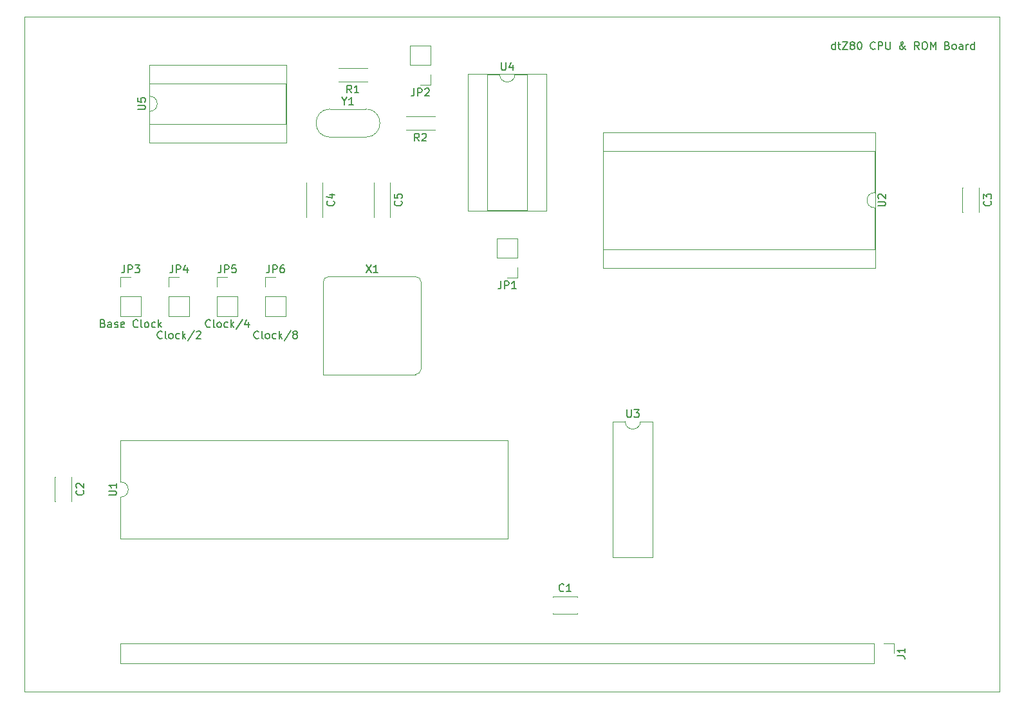
<source format=gbr>
G04 #@! TF.GenerationSoftware,KiCad,Pcbnew,5.1.9-73d0e3b20d~88~ubuntu20.04.1*
G04 #@! TF.CreationDate,2021-02-07T22:25:47+01:00*
G04 #@! TF.ProjectId,dtZ80,64745a38-302e-46b6-9963-61645f706362,1*
G04 #@! TF.SameCoordinates,PX60e4b00PY6bcb370*
G04 #@! TF.FileFunction,Legend,Top*
G04 #@! TF.FilePolarity,Positive*
%FSLAX46Y46*%
G04 Gerber Fmt 4.6, Leading zero omitted, Abs format (unit mm)*
G04 Created by KiCad (PCBNEW 5.1.9-73d0e3b20d~88~ubuntu20.04.1) date 2021-02-07 22:25:47*
%MOMM*%
%LPD*%
G01*
G04 APERTURE LIST*
%ADD10C,0.150000*%
G04 #@! TA.AperFunction,Profile*
%ADD11C,0.050000*%
G04 #@! TD*
%ADD12C,0.120000*%
G04 APERTURE END LIST*
D10*
X-33058572Y84637620D02*
X-33058572Y85637620D01*
X-33058572Y84685239D02*
X-33153810Y84637620D01*
X-33344286Y84637620D01*
X-33439524Y84685239D01*
X-33487143Y84732858D01*
X-33534762Y84828096D01*
X-33534762Y85113810D01*
X-33487143Y85209048D01*
X-33439524Y85256667D01*
X-33344286Y85304286D01*
X-33153810Y85304286D01*
X-33058572Y85256667D01*
X-32725239Y85304286D02*
X-32344286Y85304286D01*
X-32582381Y85637620D02*
X-32582381Y84780477D01*
X-32534762Y84685239D01*
X-32439524Y84637620D01*
X-32344286Y84637620D01*
X-32106191Y85637620D02*
X-31439524Y85637620D01*
X-32106191Y84637620D01*
X-31439524Y84637620D01*
X-30915715Y85209048D02*
X-31010953Y85256667D01*
X-31058572Y85304286D01*
X-31106191Y85399524D01*
X-31106191Y85447143D01*
X-31058572Y85542381D01*
X-31010953Y85590000D01*
X-30915715Y85637620D01*
X-30725239Y85637620D01*
X-30630000Y85590000D01*
X-30582381Y85542381D01*
X-30534762Y85447143D01*
X-30534762Y85399524D01*
X-30582381Y85304286D01*
X-30630000Y85256667D01*
X-30725239Y85209048D01*
X-30915715Y85209048D01*
X-31010953Y85161429D01*
X-31058572Y85113810D01*
X-31106191Y85018572D01*
X-31106191Y84828096D01*
X-31058572Y84732858D01*
X-31010953Y84685239D01*
X-30915715Y84637620D01*
X-30725239Y84637620D01*
X-30630000Y84685239D01*
X-30582381Y84732858D01*
X-30534762Y84828096D01*
X-30534762Y85018572D01*
X-30582381Y85113810D01*
X-30630000Y85161429D01*
X-30725239Y85209048D01*
X-29915715Y85637620D02*
X-29820477Y85637620D01*
X-29725239Y85590000D01*
X-29677620Y85542381D01*
X-29630000Y85447143D01*
X-29582381Y85256667D01*
X-29582381Y85018572D01*
X-29630000Y84828096D01*
X-29677620Y84732858D01*
X-29725239Y84685239D01*
X-29820477Y84637620D01*
X-29915715Y84637620D01*
X-30010953Y84685239D01*
X-30058572Y84732858D01*
X-30106191Y84828096D01*
X-30153810Y85018572D01*
X-30153810Y85256667D01*
X-30106191Y85447143D01*
X-30058572Y85542381D01*
X-30010953Y85590000D01*
X-29915715Y85637620D01*
X-27820477Y84732858D02*
X-27868096Y84685239D01*
X-28010953Y84637620D01*
X-28106191Y84637620D01*
X-28249048Y84685239D01*
X-28344286Y84780477D01*
X-28391905Y84875715D01*
X-28439524Y85066191D01*
X-28439524Y85209048D01*
X-28391905Y85399524D01*
X-28344286Y85494762D01*
X-28249048Y85590000D01*
X-28106191Y85637620D01*
X-28010953Y85637620D01*
X-27868096Y85590000D01*
X-27820477Y85542381D01*
X-27391905Y84637620D02*
X-27391905Y85637620D01*
X-27010953Y85637620D01*
X-26915715Y85590000D01*
X-26868096Y85542381D01*
X-26820477Y85447143D01*
X-26820477Y85304286D01*
X-26868096Y85209048D01*
X-26915715Y85161429D01*
X-27010953Y85113810D01*
X-27391905Y85113810D01*
X-26391905Y85637620D02*
X-26391905Y84828096D01*
X-26344286Y84732858D01*
X-26296667Y84685239D01*
X-26201429Y84637620D01*
X-26010953Y84637620D01*
X-25915715Y84685239D01*
X-25868096Y84732858D01*
X-25820477Y84828096D01*
X-25820477Y85637620D01*
X-23772858Y84637620D02*
X-23820477Y84637620D01*
X-23915715Y84685239D01*
X-24058572Y84828096D01*
X-24296667Y85113810D01*
X-24391905Y85256667D01*
X-24439524Y85399524D01*
X-24439524Y85494762D01*
X-24391905Y85590000D01*
X-24296667Y85637620D01*
X-24249048Y85637620D01*
X-24153810Y85590000D01*
X-24106191Y85494762D01*
X-24106191Y85447143D01*
X-24153810Y85351905D01*
X-24201429Y85304286D01*
X-24487143Y85113810D01*
X-24534762Y85066191D01*
X-24582381Y84970953D01*
X-24582381Y84828096D01*
X-24534762Y84732858D01*
X-24487143Y84685239D01*
X-24391905Y84637620D01*
X-24249048Y84637620D01*
X-24153810Y84685239D01*
X-24106191Y84732858D01*
X-23963334Y84923334D01*
X-23915715Y85066191D01*
X-23915715Y85161429D01*
X-22010953Y84637620D02*
X-22344286Y85113810D01*
X-22582381Y84637620D02*
X-22582381Y85637620D01*
X-22201429Y85637620D01*
X-22106191Y85590000D01*
X-22058572Y85542381D01*
X-22010953Y85447143D01*
X-22010953Y85304286D01*
X-22058572Y85209048D01*
X-22106191Y85161429D01*
X-22201429Y85113810D01*
X-22582381Y85113810D01*
X-21391905Y85637620D02*
X-21201429Y85637620D01*
X-21106191Y85590000D01*
X-21010953Y85494762D01*
X-20963334Y85304286D01*
X-20963334Y84970953D01*
X-21010953Y84780477D01*
X-21106191Y84685239D01*
X-21201429Y84637620D01*
X-21391905Y84637620D01*
X-21487143Y84685239D01*
X-21582381Y84780477D01*
X-21630000Y84970953D01*
X-21630000Y85304286D01*
X-21582381Y85494762D01*
X-21487143Y85590000D01*
X-21391905Y85637620D01*
X-20534762Y84637620D02*
X-20534762Y85637620D01*
X-20201429Y84923334D01*
X-19868096Y85637620D01*
X-19868096Y84637620D01*
X-18296667Y85161429D02*
X-18153810Y85113810D01*
X-18106191Y85066191D01*
X-18058572Y84970953D01*
X-18058572Y84828096D01*
X-18106191Y84732858D01*
X-18153810Y84685239D01*
X-18249048Y84637620D01*
X-18630000Y84637620D01*
X-18630000Y85637620D01*
X-18296667Y85637620D01*
X-18201429Y85590000D01*
X-18153810Y85542381D01*
X-18106191Y85447143D01*
X-18106191Y85351905D01*
X-18153810Y85256667D01*
X-18201429Y85209048D01*
X-18296667Y85161429D01*
X-18630000Y85161429D01*
X-17487143Y84637620D02*
X-17582381Y84685239D01*
X-17630000Y84732858D01*
X-17677620Y84828096D01*
X-17677620Y85113810D01*
X-17630000Y85209048D01*
X-17582381Y85256667D01*
X-17487143Y85304286D01*
X-17344286Y85304286D01*
X-17249048Y85256667D01*
X-17201429Y85209048D01*
X-17153810Y85113810D01*
X-17153810Y84828096D01*
X-17201429Y84732858D01*
X-17249048Y84685239D01*
X-17344286Y84637620D01*
X-17487143Y84637620D01*
X-16296667Y84637620D02*
X-16296667Y85161429D01*
X-16344286Y85256667D01*
X-16439524Y85304286D01*
X-16630000Y85304286D01*
X-16725239Y85256667D01*
X-16296667Y84685239D02*
X-16391905Y84637620D01*
X-16630000Y84637620D01*
X-16725239Y84685239D01*
X-16772858Y84780477D01*
X-16772858Y84875715D01*
X-16725239Y84970953D01*
X-16630000Y85018572D01*
X-16391905Y85018572D01*
X-16296667Y85066191D01*
X-15820477Y84637620D02*
X-15820477Y85304286D01*
X-15820477Y85113810D02*
X-15772858Y85209048D01*
X-15725239Y85256667D01*
X-15630000Y85304286D01*
X-15534762Y85304286D01*
X-14772858Y84637620D02*
X-14772858Y85637620D01*
X-14772858Y84685239D02*
X-14868096Y84637620D01*
X-15058572Y84637620D01*
X-15153810Y84685239D01*
X-15201429Y84732858D01*
X-15249048Y84828096D01*
X-15249048Y85113810D01*
X-15201429Y85209048D01*
X-15153810Y85256667D01*
X-15058572Y85304286D01*
X-14868096Y85304286D01*
X-14772858Y85256667D01*
D11*
X-11430000Y0D02*
X-139700000Y0D01*
X-11430000Y88900000D02*
X-11430000Y0D01*
X-139700000Y88900000D02*
X-139700000Y0D01*
X-11430000Y88900000D02*
X-139700000Y88900000D01*
D12*
X-99510000Y76780000D02*
X-94810000Y76780000D01*
X-99510000Y73080000D02*
X-94810000Y73080000D01*
X-94810000Y73080000D02*
G75*
G03*
X-94810000Y76780000I0J1850000D01*
G01*
X-99510000Y73080000D02*
G75*
G02*
X-99510000Y76780000I0J1850000D01*
G01*
X-27820000Y55820000D02*
X-27820000Y73720000D01*
X-63620000Y55820000D02*
X-27820000Y55820000D01*
X-63620000Y73720000D02*
X-63620000Y55820000D01*
X-27820000Y73720000D02*
X-63620000Y73720000D01*
X-27880000Y58310000D02*
X-27880000Y63770000D01*
X-63560000Y58310000D02*
X-27880000Y58310000D01*
X-63560000Y71230000D02*
X-63560000Y58310000D01*
X-27880000Y71230000D02*
X-63560000Y71230000D01*
X-27880000Y65770000D02*
X-27880000Y71230000D01*
X-27880000Y63770000D02*
G75*
G02*
X-27880000Y65770000I0J1000000D01*
G01*
X-100430000Y53960000D02*
X-100430000Y41810000D01*
X-88280000Y54710000D02*
X-99680000Y54710000D01*
X-87530000Y42560000D02*
X-87530000Y53960000D01*
X-100430000Y41810000D02*
X-88280000Y41810000D01*
X-99680000Y54710000D02*
G75*
G03*
X-100430000Y53960000I0J-750000D01*
G01*
X-87530000Y53960000D02*
G75*
G03*
X-88280000Y54710000I-750000J0D01*
G01*
X-88280000Y41810000D02*
G75*
G03*
X-87530000Y42560000I0J750000D01*
G01*
X-60690000Y35620000D02*
X-62340000Y35620000D01*
X-62340000Y35620000D02*
X-62340000Y17720000D01*
X-62340000Y17720000D02*
X-57040000Y17720000D01*
X-57040000Y17720000D02*
X-57040000Y35620000D01*
X-57040000Y35620000D02*
X-58690000Y35620000D01*
X-58690000Y35620000D02*
G75*
G02*
X-60690000Y35620000I-1000000J0D01*
G01*
X-127060000Y25670000D02*
X-127060000Y20210000D01*
X-127060000Y20210000D02*
X-76140000Y20210000D01*
X-76140000Y20210000D02*
X-76140000Y33130000D01*
X-76140000Y33130000D02*
X-127060000Y33130000D01*
X-127060000Y33130000D02*
X-127060000Y27670000D01*
X-127060000Y27670000D02*
G75*
G02*
X-127060000Y25670000I0J-1000000D01*
G01*
X-74870000Y59750000D02*
X-77530000Y59750000D01*
X-74870000Y57150000D02*
X-74870000Y59750000D01*
X-77530000Y57150000D02*
X-77530000Y59750000D01*
X-74870000Y57150000D02*
X-77530000Y57150000D01*
X-74870000Y55880000D02*
X-74870000Y54550000D01*
X-74870000Y54550000D02*
X-76200000Y54550000D01*
X-14120000Y66410000D02*
X-14120000Y63170000D01*
X-16360000Y66410000D02*
X-16360000Y63170000D01*
X-14120000Y66410000D02*
X-14185000Y66410000D01*
X-16295000Y66410000D02*
X-16360000Y66410000D01*
X-14120000Y63170000D02*
X-14185000Y63170000D01*
X-16295000Y63170000D02*
X-16360000Y63170000D01*
X-133500000Y28310000D02*
X-133500000Y25070000D01*
X-135740000Y28310000D02*
X-135740000Y25070000D01*
X-133500000Y28310000D02*
X-133565000Y28310000D01*
X-135675000Y28310000D02*
X-135740000Y28310000D01*
X-133500000Y25070000D02*
X-133565000Y25070000D01*
X-135675000Y25070000D02*
X-135740000Y25070000D01*
X-70220000Y12550000D02*
X-66980000Y12550000D01*
X-70220000Y10310000D02*
X-66980000Y10310000D01*
X-70220000Y12550000D02*
X-70220000Y12485000D01*
X-70220000Y10375000D02*
X-70220000Y10310000D01*
X-66980000Y12550000D02*
X-66980000Y12485000D01*
X-66980000Y10375000D02*
X-66980000Y10310000D01*
X-123250000Y76470000D02*
X-123250000Y74820000D01*
X-123250000Y74820000D02*
X-105350000Y74820000D01*
X-105350000Y74820000D02*
X-105350000Y80120000D01*
X-105350000Y80120000D02*
X-123250000Y80120000D01*
X-123250000Y80120000D02*
X-123250000Y78470000D01*
X-123310000Y72330000D02*
X-105290000Y72330000D01*
X-105290000Y72330000D02*
X-105290000Y82610000D01*
X-105290000Y82610000D02*
X-123310000Y82610000D01*
X-123310000Y82610000D02*
X-123310000Y72330000D01*
X-123250000Y78470000D02*
G75*
G02*
X-123250000Y76470000I0J-1000000D01*
G01*
X-77200000Y81340000D02*
X-78850000Y81340000D01*
X-78850000Y81340000D02*
X-78850000Y63440000D01*
X-78850000Y63440000D02*
X-73550000Y63440000D01*
X-73550000Y63440000D02*
X-73550000Y81340000D01*
X-73550000Y81340000D02*
X-75200000Y81340000D01*
X-81340000Y81400000D02*
X-81340000Y63380000D01*
X-81340000Y63380000D02*
X-71060000Y63380000D01*
X-71060000Y63380000D02*
X-71060000Y81400000D01*
X-71060000Y81400000D02*
X-81340000Y81400000D01*
X-75200000Y81340000D02*
G75*
G02*
X-77200000Y81340000I-1000000J0D01*
G01*
X-85710000Y74010000D02*
X-89550000Y74010000D01*
X-85710000Y75850000D02*
X-89550000Y75850000D01*
X-94600000Y80360000D02*
X-98440000Y80360000D01*
X-94600000Y82200000D02*
X-98440000Y82200000D01*
X-108010000Y49470000D02*
X-105350000Y49470000D01*
X-108010000Y52070000D02*
X-108010000Y49470000D01*
X-105350000Y52070000D02*
X-105350000Y49470000D01*
X-108010000Y52070000D02*
X-105350000Y52070000D01*
X-108010000Y53340000D02*
X-108010000Y54670000D01*
X-108010000Y54670000D02*
X-106680000Y54670000D01*
X-114360000Y49470000D02*
X-111700000Y49470000D01*
X-114360000Y52070000D02*
X-114360000Y49470000D01*
X-111700000Y52070000D02*
X-111700000Y49470000D01*
X-114360000Y52070000D02*
X-111700000Y52070000D01*
X-114360000Y53340000D02*
X-114360000Y54670000D01*
X-114360000Y54670000D02*
X-113030000Y54670000D01*
X-120710000Y49470000D02*
X-118050000Y49470000D01*
X-120710000Y52070000D02*
X-120710000Y49470000D01*
X-118050000Y52070000D02*
X-118050000Y49470000D01*
X-120710000Y52070000D02*
X-118050000Y52070000D01*
X-120710000Y53340000D02*
X-120710000Y54670000D01*
X-120710000Y54670000D02*
X-119380000Y54670000D01*
X-127060000Y49470000D02*
X-124400000Y49470000D01*
X-127060000Y52070000D02*
X-127060000Y49470000D01*
X-124400000Y52070000D02*
X-124400000Y49470000D01*
X-127060000Y52070000D02*
X-124400000Y52070000D01*
X-127060000Y53340000D02*
X-127060000Y54670000D01*
X-127060000Y54670000D02*
X-125730000Y54670000D01*
X-86300000Y85150000D02*
X-88960000Y85150000D01*
X-86300000Y82550000D02*
X-86300000Y85150000D01*
X-88960000Y82550000D02*
X-88960000Y85150000D01*
X-86300000Y82550000D02*
X-88960000Y82550000D01*
X-86300000Y81280000D02*
X-86300000Y79950000D01*
X-86300000Y79950000D02*
X-87630000Y79950000D01*
X-127060000Y6410000D02*
X-127060000Y3750000D01*
X-27940000Y6410000D02*
X-127060000Y6410000D01*
X-27940000Y3750000D02*
X-127060000Y3750000D01*
X-27940000Y6410000D02*
X-27940000Y3750000D01*
X-26670000Y6410000D02*
X-25340000Y6410000D01*
X-25340000Y6410000D02*
X-25340000Y5080000D01*
X-91640000Y67080000D02*
X-91640000Y62540000D01*
X-93780000Y67080000D02*
X-93780000Y62540000D01*
X-91640000Y67080000D02*
X-91655000Y67080000D01*
X-93765000Y67080000D02*
X-93780000Y67080000D01*
X-91640000Y62540000D02*
X-91655000Y62540000D01*
X-93765000Y62540000D02*
X-93780000Y62540000D01*
X-100530000Y67080000D02*
X-100530000Y62540000D01*
X-102670000Y67080000D02*
X-102670000Y62540000D01*
X-100530000Y67080000D02*
X-100545000Y67080000D01*
X-102655000Y67080000D02*
X-102670000Y67080000D01*
X-100530000Y62540000D02*
X-100545000Y62540000D01*
X-102655000Y62540000D02*
X-102670000Y62540000D01*
D10*
X-97636191Y77803810D02*
X-97636191Y77327620D01*
X-97969524Y78327620D02*
X-97636191Y77803810D01*
X-97302858Y78327620D01*
X-96445715Y77327620D02*
X-97017143Y77327620D01*
X-96731429Y77327620D02*
X-96731429Y78327620D01*
X-96826667Y78184762D01*
X-96921905Y78089524D01*
X-97017143Y78041905D01*
X-27427620Y64008096D02*
X-26618096Y64008096D01*
X-26522858Y64055715D01*
X-26475239Y64103334D01*
X-26427620Y64198572D01*
X-26427620Y64389048D01*
X-26475239Y64484286D01*
X-26522858Y64531905D01*
X-26618096Y64579524D01*
X-27427620Y64579524D01*
X-27332381Y65008096D02*
X-27380000Y65055715D01*
X-27427620Y65150953D01*
X-27427620Y65389048D01*
X-27380000Y65484286D01*
X-27332381Y65531905D01*
X-27237143Y65579524D01*
X-27141905Y65579524D01*
X-26999048Y65531905D01*
X-26427620Y64960477D01*
X-26427620Y65579524D01*
X-94789524Y56257620D02*
X-94122858Y55257620D01*
X-94122858Y56257620D02*
X-94789524Y55257620D01*
X-93218096Y55257620D02*
X-93789524Y55257620D01*
X-93503810Y55257620D02*
X-93503810Y56257620D01*
X-93599048Y56114762D01*
X-93694286Y56019524D01*
X-93789524Y55971905D01*
X-60451905Y37167620D02*
X-60451905Y36358096D01*
X-60404286Y36262858D01*
X-60356667Y36215239D01*
X-60261429Y36167620D01*
X-60070953Y36167620D01*
X-59975715Y36215239D01*
X-59928096Y36262858D01*
X-59880477Y36358096D01*
X-59880477Y37167620D01*
X-59499524Y37167620D02*
X-58880477Y37167620D01*
X-59213810Y36786667D01*
X-59070953Y36786667D01*
X-58975715Y36739048D01*
X-58928096Y36691429D01*
X-58880477Y36596191D01*
X-58880477Y36358096D01*
X-58928096Y36262858D01*
X-58975715Y36215239D01*
X-59070953Y36167620D01*
X-59356667Y36167620D01*
X-59451905Y36215239D01*
X-59499524Y36262858D01*
X-128607619Y25908096D02*
X-127798095Y25908096D01*
X-127702857Y25955715D01*
X-127655238Y26003334D01*
X-127607619Y26098572D01*
X-127607619Y26289048D01*
X-127655238Y26384286D01*
X-127702857Y26431905D01*
X-127798095Y26479524D01*
X-128607619Y26479524D01*
X-127607619Y27479524D02*
X-127607619Y26908096D01*
X-127607619Y27193810D02*
X-128607619Y27193810D01*
X-128464761Y27098572D01*
X-128369523Y27003334D01*
X-128321904Y26908096D01*
X-77033334Y54097620D02*
X-77033334Y53383334D01*
X-77080953Y53240477D01*
X-77176191Y53145239D01*
X-77319048Y53097620D01*
X-77414286Y53097620D01*
X-76557143Y53097620D02*
X-76557143Y54097620D01*
X-76176191Y54097620D01*
X-76080953Y54050000D01*
X-76033334Y54002381D01*
X-75985715Y53907143D01*
X-75985715Y53764286D01*
X-76033334Y53669048D01*
X-76080953Y53621429D01*
X-76176191Y53573810D01*
X-76557143Y53573810D01*
X-75033334Y53097620D02*
X-75604762Y53097620D01*
X-75319048Y53097620D02*
X-75319048Y54097620D01*
X-75414286Y53954762D01*
X-75509524Y53859524D01*
X-75604762Y53811905D01*
X-12632858Y64623334D02*
X-12585239Y64575715D01*
X-12537620Y64432858D01*
X-12537620Y64337620D01*
X-12585239Y64194762D01*
X-12680477Y64099524D01*
X-12775715Y64051905D01*
X-12966191Y64004286D01*
X-13109048Y64004286D01*
X-13299524Y64051905D01*
X-13394762Y64099524D01*
X-13490000Y64194762D01*
X-13537620Y64337620D01*
X-13537620Y64432858D01*
X-13490000Y64575715D01*
X-13442381Y64623334D01*
X-13537620Y64956667D02*
X-13537620Y65575715D01*
X-13156667Y65242381D01*
X-13156667Y65385239D01*
X-13109048Y65480477D01*
X-13061429Y65528096D01*
X-12966191Y65575715D01*
X-12728096Y65575715D01*
X-12632858Y65528096D01*
X-12585239Y65480477D01*
X-12537620Y65385239D01*
X-12537620Y65099524D01*
X-12585239Y65004286D01*
X-12632858Y64956667D01*
X-132012857Y26523334D02*
X-131965238Y26475715D01*
X-131917619Y26332858D01*
X-131917619Y26237620D01*
X-131965238Y26094762D01*
X-132060476Y25999524D01*
X-132155714Y25951905D01*
X-132346190Y25904286D01*
X-132489047Y25904286D01*
X-132679523Y25951905D01*
X-132774761Y25999524D01*
X-132870000Y26094762D01*
X-132917619Y26237620D01*
X-132917619Y26332858D01*
X-132870000Y26475715D01*
X-132822380Y26523334D01*
X-132822380Y26904286D02*
X-132870000Y26951905D01*
X-132917619Y27047143D01*
X-132917619Y27285239D01*
X-132870000Y27380477D01*
X-132822380Y27428096D01*
X-132727142Y27475715D01*
X-132631904Y27475715D01*
X-132489047Y27428096D01*
X-131917619Y26856667D01*
X-131917619Y27475715D01*
X-68766667Y13322858D02*
X-68814286Y13275239D01*
X-68957143Y13227620D01*
X-69052381Y13227620D01*
X-69195239Y13275239D01*
X-69290477Y13370477D01*
X-69338096Y13465715D01*
X-69385715Y13656191D01*
X-69385715Y13799048D01*
X-69338096Y13989524D01*
X-69290477Y14084762D01*
X-69195239Y14180000D01*
X-69052381Y14227620D01*
X-68957143Y14227620D01*
X-68814286Y14180000D01*
X-68766667Y14132381D01*
X-67814286Y13227620D02*
X-68385715Y13227620D01*
X-68100000Y13227620D02*
X-68100000Y14227620D01*
X-68195239Y14084762D01*
X-68290477Y13989524D01*
X-68385715Y13941905D01*
X-124797619Y76708096D02*
X-123988095Y76708096D01*
X-123892857Y76755715D01*
X-123845238Y76803334D01*
X-123797619Y76898572D01*
X-123797619Y77089048D01*
X-123845238Y77184286D01*
X-123892857Y77231905D01*
X-123988095Y77279524D01*
X-124797619Y77279524D01*
X-124797619Y78231905D02*
X-124797619Y77755715D01*
X-124321428Y77708096D01*
X-124369047Y77755715D01*
X-124416666Y77850953D01*
X-124416666Y78089048D01*
X-124369047Y78184286D01*
X-124321428Y78231905D01*
X-124226190Y78279524D01*
X-123988095Y78279524D01*
X-123892857Y78231905D01*
X-123845238Y78184286D01*
X-123797619Y78089048D01*
X-123797619Y77850953D01*
X-123845238Y77755715D01*
X-123892857Y77708096D01*
X-76961905Y82887620D02*
X-76961905Y82078096D01*
X-76914286Y81982858D01*
X-76866667Y81935239D01*
X-76771429Y81887620D01*
X-76580953Y81887620D01*
X-76485715Y81935239D01*
X-76438096Y81982858D01*
X-76390477Y82078096D01*
X-76390477Y82887620D01*
X-75485715Y82554286D02*
X-75485715Y81887620D01*
X-75723810Y82935239D02*
X-75961905Y82220953D01*
X-75342858Y82220953D01*
X-87796667Y72557620D02*
X-88130000Y73033810D01*
X-88368096Y72557620D02*
X-88368096Y73557620D01*
X-87987143Y73557620D01*
X-87891905Y73510000D01*
X-87844286Y73462381D01*
X-87796667Y73367143D01*
X-87796667Y73224286D01*
X-87844286Y73129048D01*
X-87891905Y73081429D01*
X-87987143Y73033810D01*
X-88368096Y73033810D01*
X-87415715Y73462381D02*
X-87368096Y73510000D01*
X-87272858Y73557620D01*
X-87034762Y73557620D01*
X-86939524Y73510000D01*
X-86891905Y73462381D01*
X-86844286Y73367143D01*
X-86844286Y73271905D01*
X-86891905Y73129048D01*
X-87463334Y72557620D01*
X-86844286Y72557620D01*
X-96686667Y78907620D02*
X-97020000Y79383810D01*
X-97258096Y78907620D02*
X-97258096Y79907620D01*
X-96877143Y79907620D01*
X-96781905Y79860000D01*
X-96734286Y79812381D01*
X-96686667Y79717143D01*
X-96686667Y79574286D01*
X-96734286Y79479048D01*
X-96781905Y79431429D01*
X-96877143Y79383810D01*
X-97258096Y79383810D01*
X-95734286Y78907620D02*
X-96305715Y78907620D01*
X-96020000Y78907620D02*
X-96020000Y79907620D01*
X-96115239Y79764762D01*
X-96210477Y79669524D01*
X-96305715Y79621905D01*
X-107513333Y56217620D02*
X-107513333Y55503334D01*
X-107560952Y55360477D01*
X-107656190Y55265239D01*
X-107799047Y55217620D01*
X-107894285Y55217620D01*
X-107037142Y55217620D02*
X-107037142Y56217620D01*
X-106656190Y56217620D01*
X-106560952Y56170000D01*
X-106513333Y56122381D01*
X-106465714Y56027143D01*
X-106465714Y55884286D01*
X-106513333Y55789048D01*
X-106560952Y55741429D01*
X-106656190Y55693810D01*
X-107037142Y55693810D01*
X-105608571Y56217620D02*
X-105799047Y56217620D01*
X-105894285Y56170000D01*
X-105941904Y56122381D01*
X-106037142Y55979524D01*
X-106084761Y55789048D01*
X-106084761Y55408096D01*
X-106037142Y55312858D01*
X-105989523Y55265239D01*
X-105894285Y55217620D01*
X-105703809Y55217620D01*
X-105608571Y55265239D01*
X-105560952Y55312858D01*
X-105513333Y55408096D01*
X-105513333Y55646191D01*
X-105560952Y55741429D01*
X-105608571Y55789048D01*
X-105703809Y55836667D01*
X-105894285Y55836667D01*
X-105989523Y55789048D01*
X-106037142Y55741429D01*
X-106084761Y55646191D01*
X-108918095Y46632858D02*
X-108965714Y46585239D01*
X-109108571Y46537620D01*
X-109203809Y46537620D01*
X-109346666Y46585239D01*
X-109441904Y46680477D01*
X-109489523Y46775715D01*
X-109537142Y46966191D01*
X-109537142Y47109048D01*
X-109489523Y47299524D01*
X-109441904Y47394762D01*
X-109346666Y47490000D01*
X-109203809Y47537620D01*
X-109108571Y47537620D01*
X-108965714Y47490000D01*
X-108918095Y47442381D01*
X-108346666Y46537620D02*
X-108441904Y46585239D01*
X-108489523Y46680477D01*
X-108489523Y47537620D01*
X-107822857Y46537620D02*
X-107918095Y46585239D01*
X-107965714Y46632858D01*
X-108013333Y46728096D01*
X-108013333Y47013810D01*
X-107965714Y47109048D01*
X-107918095Y47156667D01*
X-107822857Y47204286D01*
X-107680000Y47204286D01*
X-107584761Y47156667D01*
X-107537142Y47109048D01*
X-107489523Y47013810D01*
X-107489523Y46728096D01*
X-107537142Y46632858D01*
X-107584761Y46585239D01*
X-107680000Y46537620D01*
X-107822857Y46537620D01*
X-106632380Y46585239D02*
X-106727619Y46537620D01*
X-106918095Y46537620D01*
X-107013333Y46585239D01*
X-107060952Y46632858D01*
X-107108571Y46728096D01*
X-107108571Y47013810D01*
X-107060952Y47109048D01*
X-107013333Y47156667D01*
X-106918095Y47204286D01*
X-106727619Y47204286D01*
X-106632380Y47156667D01*
X-106203809Y46537620D02*
X-106203809Y47537620D01*
X-106108571Y46918572D02*
X-105822857Y46537620D01*
X-105822857Y47204286D02*
X-106203809Y46823334D01*
X-104680000Y47585239D02*
X-105537142Y46299524D01*
X-104203809Y47109048D02*
X-104299047Y47156667D01*
X-104346666Y47204286D01*
X-104394285Y47299524D01*
X-104394285Y47347143D01*
X-104346666Y47442381D01*
X-104299047Y47490000D01*
X-104203809Y47537620D01*
X-104013333Y47537620D01*
X-103918095Y47490000D01*
X-103870476Y47442381D01*
X-103822857Y47347143D01*
X-103822857Y47299524D01*
X-103870476Y47204286D01*
X-103918095Y47156667D01*
X-104013333Y47109048D01*
X-104203809Y47109048D01*
X-104299047Y47061429D01*
X-104346666Y47013810D01*
X-104394285Y46918572D01*
X-104394285Y46728096D01*
X-104346666Y46632858D01*
X-104299047Y46585239D01*
X-104203809Y46537620D01*
X-104013333Y46537620D01*
X-103918095Y46585239D01*
X-103870476Y46632858D01*
X-103822857Y46728096D01*
X-103822857Y46918572D01*
X-103870476Y47013810D01*
X-103918095Y47061429D01*
X-104013333Y47109048D01*
X-113863333Y56217620D02*
X-113863333Y55503334D01*
X-113910952Y55360477D01*
X-114006190Y55265239D01*
X-114149047Y55217620D01*
X-114244285Y55217620D01*
X-113387142Y55217620D02*
X-113387142Y56217620D01*
X-113006190Y56217620D01*
X-112910952Y56170000D01*
X-112863333Y56122381D01*
X-112815714Y56027143D01*
X-112815714Y55884286D01*
X-112863333Y55789048D01*
X-112910952Y55741429D01*
X-113006190Y55693810D01*
X-113387142Y55693810D01*
X-111910952Y56217620D02*
X-112387142Y56217620D01*
X-112434761Y55741429D01*
X-112387142Y55789048D01*
X-112291904Y55836667D01*
X-112053809Y55836667D01*
X-111958571Y55789048D01*
X-111910952Y55741429D01*
X-111863333Y55646191D01*
X-111863333Y55408096D01*
X-111910952Y55312858D01*
X-111958571Y55265239D01*
X-112053809Y55217620D01*
X-112291904Y55217620D01*
X-112387142Y55265239D01*
X-112434761Y55312858D01*
X-115268095Y48112858D02*
X-115315714Y48065239D01*
X-115458571Y48017620D01*
X-115553809Y48017620D01*
X-115696666Y48065239D01*
X-115791904Y48160477D01*
X-115839523Y48255715D01*
X-115887142Y48446191D01*
X-115887142Y48589048D01*
X-115839523Y48779524D01*
X-115791904Y48874762D01*
X-115696666Y48970000D01*
X-115553809Y49017620D01*
X-115458571Y49017620D01*
X-115315714Y48970000D01*
X-115268095Y48922381D01*
X-114696666Y48017620D02*
X-114791904Y48065239D01*
X-114839523Y48160477D01*
X-114839523Y49017620D01*
X-114172857Y48017620D02*
X-114268095Y48065239D01*
X-114315714Y48112858D01*
X-114363333Y48208096D01*
X-114363333Y48493810D01*
X-114315714Y48589048D01*
X-114268095Y48636667D01*
X-114172857Y48684286D01*
X-114030000Y48684286D01*
X-113934761Y48636667D01*
X-113887142Y48589048D01*
X-113839523Y48493810D01*
X-113839523Y48208096D01*
X-113887142Y48112858D01*
X-113934761Y48065239D01*
X-114030000Y48017620D01*
X-114172857Y48017620D01*
X-112982380Y48065239D02*
X-113077619Y48017620D01*
X-113268095Y48017620D01*
X-113363333Y48065239D01*
X-113410952Y48112858D01*
X-113458571Y48208096D01*
X-113458571Y48493810D01*
X-113410952Y48589048D01*
X-113363333Y48636667D01*
X-113268095Y48684286D01*
X-113077619Y48684286D01*
X-112982380Y48636667D01*
X-112553809Y48017620D02*
X-112553809Y49017620D01*
X-112458571Y48398572D02*
X-112172857Y48017620D01*
X-112172857Y48684286D02*
X-112553809Y48303334D01*
X-111030000Y49065239D02*
X-111887142Y47779524D01*
X-110268095Y48684286D02*
X-110268095Y48017620D01*
X-110506190Y49065239D02*
X-110744285Y48350953D01*
X-110125238Y48350953D01*
X-120213333Y56217620D02*
X-120213333Y55503334D01*
X-120260952Y55360477D01*
X-120356190Y55265239D01*
X-120499047Y55217620D01*
X-120594285Y55217620D01*
X-119737142Y55217620D02*
X-119737142Y56217620D01*
X-119356190Y56217620D01*
X-119260952Y56170000D01*
X-119213333Y56122381D01*
X-119165714Y56027143D01*
X-119165714Y55884286D01*
X-119213333Y55789048D01*
X-119260952Y55741429D01*
X-119356190Y55693810D01*
X-119737142Y55693810D01*
X-118308571Y55884286D02*
X-118308571Y55217620D01*
X-118546666Y56265239D02*
X-118784761Y55550953D01*
X-118165714Y55550953D01*
X-121618095Y46632858D02*
X-121665714Y46585239D01*
X-121808571Y46537620D01*
X-121903809Y46537620D01*
X-122046666Y46585239D01*
X-122141904Y46680477D01*
X-122189523Y46775715D01*
X-122237142Y46966191D01*
X-122237142Y47109048D01*
X-122189523Y47299524D01*
X-122141904Y47394762D01*
X-122046666Y47490000D01*
X-121903809Y47537620D01*
X-121808571Y47537620D01*
X-121665714Y47490000D01*
X-121618095Y47442381D01*
X-121046666Y46537620D02*
X-121141904Y46585239D01*
X-121189523Y46680477D01*
X-121189523Y47537620D01*
X-120522857Y46537620D02*
X-120618095Y46585239D01*
X-120665714Y46632858D01*
X-120713333Y46728096D01*
X-120713333Y47013810D01*
X-120665714Y47109048D01*
X-120618095Y47156667D01*
X-120522857Y47204286D01*
X-120380000Y47204286D01*
X-120284761Y47156667D01*
X-120237142Y47109048D01*
X-120189523Y47013810D01*
X-120189523Y46728096D01*
X-120237142Y46632858D01*
X-120284761Y46585239D01*
X-120380000Y46537620D01*
X-120522857Y46537620D01*
X-119332380Y46585239D02*
X-119427619Y46537620D01*
X-119618095Y46537620D01*
X-119713333Y46585239D01*
X-119760952Y46632858D01*
X-119808571Y46728096D01*
X-119808571Y47013810D01*
X-119760952Y47109048D01*
X-119713333Y47156667D01*
X-119618095Y47204286D01*
X-119427619Y47204286D01*
X-119332380Y47156667D01*
X-118903809Y46537620D02*
X-118903809Y47537620D01*
X-118808571Y46918572D02*
X-118522857Y46537620D01*
X-118522857Y47204286D02*
X-118903809Y46823334D01*
X-117380000Y47585239D02*
X-118237142Y46299524D01*
X-117094285Y47442381D02*
X-117046666Y47490000D01*
X-116951428Y47537620D01*
X-116713333Y47537620D01*
X-116618095Y47490000D01*
X-116570476Y47442381D01*
X-116522857Y47347143D01*
X-116522857Y47251905D01*
X-116570476Y47109048D01*
X-117141904Y46537620D01*
X-116522857Y46537620D01*
X-126563333Y56217620D02*
X-126563333Y55503334D01*
X-126610952Y55360477D01*
X-126706190Y55265239D01*
X-126849047Y55217620D01*
X-126944285Y55217620D01*
X-126087142Y55217620D02*
X-126087142Y56217620D01*
X-125706190Y56217620D01*
X-125610952Y56170000D01*
X-125563333Y56122381D01*
X-125515714Y56027143D01*
X-125515714Y55884286D01*
X-125563333Y55789048D01*
X-125610952Y55741429D01*
X-125706190Y55693810D01*
X-126087142Y55693810D01*
X-125182380Y56217620D02*
X-124563333Y56217620D01*
X-124896666Y55836667D01*
X-124753809Y55836667D01*
X-124658571Y55789048D01*
X-124610952Y55741429D01*
X-124563333Y55646191D01*
X-124563333Y55408096D01*
X-124610952Y55312858D01*
X-124658571Y55265239D01*
X-124753809Y55217620D01*
X-125039523Y55217620D01*
X-125134761Y55265239D01*
X-125182380Y55312858D01*
X-129372857Y48541429D02*
X-129230000Y48493810D01*
X-129182380Y48446191D01*
X-129134761Y48350953D01*
X-129134761Y48208096D01*
X-129182380Y48112858D01*
X-129230000Y48065239D01*
X-129325238Y48017620D01*
X-129706190Y48017620D01*
X-129706190Y49017620D01*
X-129372857Y49017620D01*
X-129277619Y48970000D01*
X-129230000Y48922381D01*
X-129182380Y48827143D01*
X-129182380Y48731905D01*
X-129230000Y48636667D01*
X-129277619Y48589048D01*
X-129372857Y48541429D01*
X-129706190Y48541429D01*
X-128277619Y48017620D02*
X-128277619Y48541429D01*
X-128325238Y48636667D01*
X-128420476Y48684286D01*
X-128610952Y48684286D01*
X-128706190Y48636667D01*
X-128277619Y48065239D02*
X-128372857Y48017620D01*
X-128610952Y48017620D01*
X-128706190Y48065239D01*
X-128753809Y48160477D01*
X-128753809Y48255715D01*
X-128706190Y48350953D01*
X-128610952Y48398572D01*
X-128372857Y48398572D01*
X-128277619Y48446191D01*
X-127849047Y48065239D02*
X-127753809Y48017620D01*
X-127563333Y48017620D01*
X-127468095Y48065239D01*
X-127420476Y48160477D01*
X-127420476Y48208096D01*
X-127468095Y48303334D01*
X-127563333Y48350953D01*
X-127706190Y48350953D01*
X-127801428Y48398572D01*
X-127849047Y48493810D01*
X-127849047Y48541429D01*
X-127801428Y48636667D01*
X-127706190Y48684286D01*
X-127563333Y48684286D01*
X-127468095Y48636667D01*
X-126610952Y48065239D02*
X-126706190Y48017620D01*
X-126896666Y48017620D01*
X-126991904Y48065239D01*
X-127039523Y48160477D01*
X-127039523Y48541429D01*
X-126991904Y48636667D01*
X-126896666Y48684286D01*
X-126706190Y48684286D01*
X-126610952Y48636667D01*
X-126563333Y48541429D01*
X-126563333Y48446191D01*
X-127039523Y48350953D01*
X-124801428Y48112858D02*
X-124849047Y48065239D01*
X-124991904Y48017620D01*
X-125087142Y48017620D01*
X-125230000Y48065239D01*
X-125325238Y48160477D01*
X-125372857Y48255715D01*
X-125420476Y48446191D01*
X-125420476Y48589048D01*
X-125372857Y48779524D01*
X-125325238Y48874762D01*
X-125230000Y48970000D01*
X-125087142Y49017620D01*
X-124991904Y49017620D01*
X-124849047Y48970000D01*
X-124801428Y48922381D01*
X-124230000Y48017620D02*
X-124325238Y48065239D01*
X-124372857Y48160477D01*
X-124372857Y49017620D01*
X-123706190Y48017620D02*
X-123801428Y48065239D01*
X-123849047Y48112858D01*
X-123896666Y48208096D01*
X-123896666Y48493810D01*
X-123849047Y48589048D01*
X-123801428Y48636667D01*
X-123706190Y48684286D01*
X-123563333Y48684286D01*
X-123468095Y48636667D01*
X-123420476Y48589048D01*
X-123372857Y48493810D01*
X-123372857Y48208096D01*
X-123420476Y48112858D01*
X-123468095Y48065239D01*
X-123563333Y48017620D01*
X-123706190Y48017620D01*
X-122515714Y48065239D02*
X-122610952Y48017620D01*
X-122801428Y48017620D01*
X-122896666Y48065239D01*
X-122944285Y48112858D01*
X-122991904Y48208096D01*
X-122991904Y48493810D01*
X-122944285Y48589048D01*
X-122896666Y48636667D01*
X-122801428Y48684286D01*
X-122610952Y48684286D01*
X-122515714Y48636667D01*
X-122087142Y48017620D02*
X-122087142Y49017620D01*
X-121991904Y48398572D02*
X-121706190Y48017620D01*
X-121706190Y48684286D02*
X-122087142Y48303334D01*
X-88463334Y79497620D02*
X-88463334Y78783334D01*
X-88510953Y78640477D01*
X-88606191Y78545239D01*
X-88749048Y78497620D01*
X-88844286Y78497620D01*
X-87987143Y78497620D02*
X-87987143Y79497620D01*
X-87606191Y79497620D01*
X-87510953Y79450000D01*
X-87463334Y79402381D01*
X-87415715Y79307143D01*
X-87415715Y79164286D01*
X-87463334Y79069048D01*
X-87510953Y79021429D01*
X-87606191Y78973810D01*
X-87987143Y78973810D01*
X-87034762Y79402381D02*
X-86987143Y79450000D01*
X-86891905Y79497620D01*
X-86653810Y79497620D01*
X-86558572Y79450000D01*
X-86510953Y79402381D01*
X-86463334Y79307143D01*
X-86463334Y79211905D01*
X-86510953Y79069048D01*
X-87082381Y78497620D01*
X-86463334Y78497620D01*
X-24887620Y4746667D02*
X-24173334Y4746667D01*
X-24030477Y4699048D01*
X-23935239Y4603810D01*
X-23887620Y4460953D01*
X-23887620Y4365715D01*
X-23887620Y5746667D02*
X-23887620Y5175239D01*
X-23887620Y5460953D02*
X-24887620Y5460953D01*
X-24744762Y5365715D01*
X-24649524Y5270477D01*
X-24601905Y5175239D01*
X-90152858Y64643334D02*
X-90105239Y64595715D01*
X-90057620Y64452858D01*
X-90057620Y64357620D01*
X-90105239Y64214762D01*
X-90200477Y64119524D01*
X-90295715Y64071905D01*
X-90486191Y64024286D01*
X-90629048Y64024286D01*
X-90819524Y64071905D01*
X-90914762Y64119524D01*
X-91010000Y64214762D01*
X-91057620Y64357620D01*
X-91057620Y64452858D01*
X-91010000Y64595715D01*
X-90962381Y64643334D01*
X-91057620Y65548096D02*
X-91057620Y65071905D01*
X-90581429Y65024286D01*
X-90629048Y65071905D01*
X-90676667Y65167143D01*
X-90676667Y65405239D01*
X-90629048Y65500477D01*
X-90581429Y65548096D01*
X-90486191Y65595715D01*
X-90248096Y65595715D01*
X-90152858Y65548096D01*
X-90105239Y65500477D01*
X-90057620Y65405239D01*
X-90057620Y65167143D01*
X-90105239Y65071905D01*
X-90152858Y65024286D01*
X-99042858Y64643334D02*
X-98995239Y64595715D01*
X-98947620Y64452858D01*
X-98947620Y64357620D01*
X-98995239Y64214762D01*
X-99090477Y64119524D01*
X-99185715Y64071905D01*
X-99376191Y64024286D01*
X-99519048Y64024286D01*
X-99709524Y64071905D01*
X-99804762Y64119524D01*
X-99900000Y64214762D01*
X-99947620Y64357620D01*
X-99947620Y64452858D01*
X-99900000Y64595715D01*
X-99852381Y64643334D01*
X-99614286Y65500477D02*
X-98947620Y65500477D01*
X-99995239Y65262381D02*
X-99280953Y65024286D01*
X-99280953Y65643334D01*
M02*

</source>
